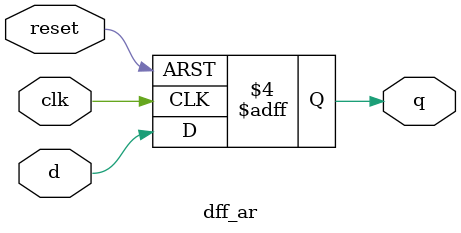
<source format=v>
module dff_ar(input clk, input reset, input d, output reg q);

    always @ (posedge clk or negedge reset)begin
        if(~reset)
            q <= 0;
        else
            q <= d;
    end

    initial begin
        q <= 0;
    end
                
endmodule
</source>
